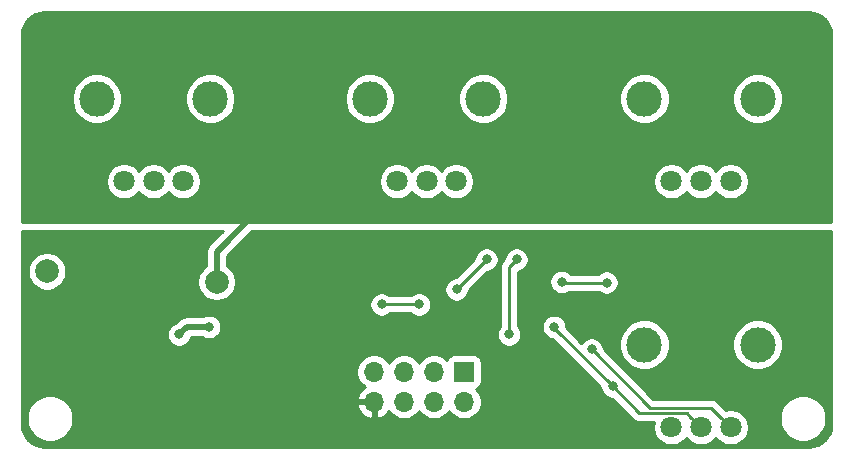
<source format=gbr>
G04 #@! TF.GenerationSoftware,KiCad,Pcbnew,5.1.5-52549c5~86~ubuntu18.04.1*
G04 #@! TF.CreationDate,2020-05-17T18:15:10-04:00*
G04 #@! TF.ProjectId,RX EQ Shield,52582045-5120-4536-9869-656c642e6b69,rev?*
G04 #@! TF.SameCoordinates,Original*
G04 #@! TF.FileFunction,Copper,L2,Bot*
G04 #@! TF.FilePolarity,Positive*
%FSLAX46Y46*%
G04 Gerber Fmt 4.6, Leading zero omitted, Abs format (unit mm)*
G04 Created by KiCad (PCBNEW 5.1.5-52549c5~86~ubuntu18.04.1) date 2020-05-17 18:15:10*
%MOMM*%
%LPD*%
G04 APERTURE LIST*
%ADD10C,2.000000*%
%ADD11C,1.800000*%
%ADD12C,3.000000*%
%ADD13R,1.700000X1.700000*%
%ADD14O,1.700000X1.700000*%
%ADD15C,0.800000*%
%ADD16C,0.508000*%
%ADD17C,0.254000*%
%ADD18C,0.250000*%
G04 APERTURE END LIST*
D10*
X118745000Y-142875000D03*
X104394000Y-141986000D03*
D11*
X157266000Y-155194000D03*
X159766000Y-155194000D03*
X162266000Y-155194000D03*
D12*
X154966000Y-148194000D03*
X164566000Y-148194000D03*
D11*
X157266000Y-134366000D03*
X159766000Y-134366000D03*
X162266000Y-134366000D03*
D12*
X154966000Y-127366000D03*
X164566000Y-127366000D03*
D11*
X134025000Y-134366000D03*
X136525000Y-134366000D03*
X139025000Y-134366000D03*
D12*
X131725000Y-127366000D03*
X141325000Y-127366000D03*
D11*
X110911000Y-134366000D03*
X113411000Y-134366000D03*
X115911000Y-134366000D03*
D12*
X108611000Y-127366000D03*
X118211000Y-127366000D03*
D13*
X139700000Y-150495000D03*
D14*
X139700000Y-153035000D03*
X137160000Y-150495000D03*
X137160000Y-153035000D03*
X134620000Y-150495000D03*
X134620000Y-153035000D03*
X132080000Y-150495000D03*
X132080000Y-153035000D03*
D15*
X124460000Y-131572000D03*
X125730000Y-131572000D03*
X127508000Y-136906000D03*
X122936000Y-136144000D03*
X123952000Y-136144000D03*
X125222000Y-136144000D03*
X126492000Y-136144000D03*
X104593930Y-122132079D03*
X169799000Y-122078009D03*
X170180000Y-132080000D03*
X149225000Y-122555000D03*
X147320000Y-122555000D03*
X147320000Y-131445000D03*
X149225000Y-131445000D03*
X144780000Y-136525000D03*
X143510000Y-147320000D03*
X144145000Y-140970000D03*
X124460000Y-122428000D03*
X125730000Y-122428000D03*
X104648000Y-132588000D03*
X118110000Y-146685000D03*
X115570000Y-147320000D03*
X161290000Y-148590000D03*
X168910000Y-140970000D03*
X168910000Y-143510000D03*
X168910000Y-146050000D03*
X168910000Y-148590000D03*
X168910000Y-151130000D03*
X104140000Y-151130000D03*
X104140000Y-148590000D03*
X104140000Y-146050000D03*
X132080000Y-156210000D03*
X134620000Y-156210000D03*
X137160000Y-156210000D03*
X139700000Y-156210000D03*
X142240000Y-156210000D03*
X107950000Y-140970000D03*
X147320000Y-150495000D03*
X148849213Y-144475833D03*
X149860000Y-139700000D03*
X152400000Y-139700000D03*
X122555000Y-145415000D03*
X121285000Y-145415000D03*
X126365000Y-141605000D03*
X128905000Y-149088000D03*
X131445000Y-142240000D03*
X111760000Y-144780000D03*
X111760000Y-149860000D03*
X114300000Y-149860000D03*
X110490000Y-139700000D03*
X125730000Y-143510000D03*
X128270000Y-143510000D03*
X139700000Y-147320000D03*
X142240000Y-147320000D03*
X142240000Y-149860000D03*
X142240000Y-152400000D03*
X144780000Y-152400000D03*
X148590000Y-149860000D03*
X165100000Y-143510000D03*
X165100000Y-153670000D03*
X165100000Y-151130000D03*
X161290000Y-146050000D03*
X161290000Y-151130000D03*
X106680000Y-146050000D03*
X106680000Y-151130000D03*
X106680000Y-148590000D03*
X133350000Y-139700000D03*
X129540000Y-139700000D03*
X147320000Y-139700000D03*
X152273000Y-151731000D03*
X147320000Y-146685000D03*
X150495000Y-148590000D03*
X132715000Y-144780000D03*
X135890000Y-144780000D03*
X139065000Y-143510000D03*
X141605000Y-140970000D03*
X151766109Y-142934899D03*
X147955000Y-142875000D03*
D16*
X118745000Y-140335000D02*
X122936000Y-136144000D01*
X118745000Y-142875000D02*
X118745000Y-140335000D01*
D17*
X143510000Y-147320000D02*
X143510000Y-141605000D01*
X143510000Y-141605000D02*
X144145000Y-140970000D01*
D16*
X118110000Y-146685000D02*
X116205000Y-146685000D01*
X116205000Y-146685000D02*
X115570000Y-147320000D01*
D17*
X152273000Y-151731000D02*
X147320000Y-146778000D01*
X147320000Y-146778000D02*
X147320000Y-146685000D01*
X158539000Y-153967000D02*
X158866001Y-154294001D01*
X158866001Y-154294001D02*
X159766000Y-155194000D01*
X152273000Y-151731000D02*
X154509000Y-153967000D01*
X154509000Y-153967000D02*
X158539000Y-153967000D01*
D18*
X161366001Y-154294001D02*
X162266000Y-155194000D01*
X155419989Y-153514989D02*
X160586989Y-153514989D01*
X150495000Y-148590000D02*
X155419989Y-153514989D01*
X160586989Y-153514989D02*
X161366001Y-154294001D01*
X132715000Y-144780000D02*
X135890000Y-144780000D01*
X139065000Y-143510000D02*
X141605000Y-140970000D01*
X148014899Y-142934899D02*
X147955000Y-142875000D01*
X151766109Y-142934899D02*
X148014899Y-142934899D01*
D17*
G36*
X169274545Y-120078909D02*
G01*
X169625208Y-120184780D01*
X169948625Y-120356744D01*
X170232484Y-120588254D01*
X170465965Y-120870486D01*
X170640183Y-121192695D01*
X170748502Y-121542614D01*
X170790000Y-121937443D01*
X170790000Y-137795000D01*
X102260000Y-137795000D01*
X102260000Y-134214816D01*
X109376000Y-134214816D01*
X109376000Y-134517184D01*
X109434989Y-134813743D01*
X109550701Y-135093095D01*
X109718688Y-135344505D01*
X109932495Y-135558312D01*
X110183905Y-135726299D01*
X110463257Y-135842011D01*
X110759816Y-135901000D01*
X111062184Y-135901000D01*
X111358743Y-135842011D01*
X111638095Y-135726299D01*
X111889505Y-135558312D01*
X112103312Y-135344505D01*
X112161000Y-135258169D01*
X112218688Y-135344505D01*
X112432495Y-135558312D01*
X112683905Y-135726299D01*
X112963257Y-135842011D01*
X113259816Y-135901000D01*
X113562184Y-135901000D01*
X113858743Y-135842011D01*
X114138095Y-135726299D01*
X114389505Y-135558312D01*
X114603312Y-135344505D01*
X114661000Y-135258169D01*
X114718688Y-135344505D01*
X114932495Y-135558312D01*
X115183905Y-135726299D01*
X115463257Y-135842011D01*
X115759816Y-135901000D01*
X116062184Y-135901000D01*
X116358743Y-135842011D01*
X116638095Y-135726299D01*
X116889505Y-135558312D01*
X117103312Y-135344505D01*
X117271299Y-135093095D01*
X117387011Y-134813743D01*
X117446000Y-134517184D01*
X117446000Y-134214816D01*
X132490000Y-134214816D01*
X132490000Y-134517184D01*
X132548989Y-134813743D01*
X132664701Y-135093095D01*
X132832688Y-135344505D01*
X133046495Y-135558312D01*
X133297905Y-135726299D01*
X133577257Y-135842011D01*
X133873816Y-135901000D01*
X134176184Y-135901000D01*
X134472743Y-135842011D01*
X134752095Y-135726299D01*
X135003505Y-135558312D01*
X135217312Y-135344505D01*
X135275000Y-135258169D01*
X135332688Y-135344505D01*
X135546495Y-135558312D01*
X135797905Y-135726299D01*
X136077257Y-135842011D01*
X136373816Y-135901000D01*
X136676184Y-135901000D01*
X136972743Y-135842011D01*
X137252095Y-135726299D01*
X137503505Y-135558312D01*
X137717312Y-135344505D01*
X137775000Y-135258169D01*
X137832688Y-135344505D01*
X138046495Y-135558312D01*
X138297905Y-135726299D01*
X138577257Y-135842011D01*
X138873816Y-135901000D01*
X139176184Y-135901000D01*
X139472743Y-135842011D01*
X139752095Y-135726299D01*
X140003505Y-135558312D01*
X140217312Y-135344505D01*
X140385299Y-135093095D01*
X140501011Y-134813743D01*
X140560000Y-134517184D01*
X140560000Y-134214816D01*
X155731000Y-134214816D01*
X155731000Y-134517184D01*
X155789989Y-134813743D01*
X155905701Y-135093095D01*
X156073688Y-135344505D01*
X156287495Y-135558312D01*
X156538905Y-135726299D01*
X156818257Y-135842011D01*
X157114816Y-135901000D01*
X157417184Y-135901000D01*
X157713743Y-135842011D01*
X157993095Y-135726299D01*
X158244505Y-135558312D01*
X158458312Y-135344505D01*
X158516000Y-135258169D01*
X158573688Y-135344505D01*
X158787495Y-135558312D01*
X159038905Y-135726299D01*
X159318257Y-135842011D01*
X159614816Y-135901000D01*
X159917184Y-135901000D01*
X160213743Y-135842011D01*
X160493095Y-135726299D01*
X160744505Y-135558312D01*
X160958312Y-135344505D01*
X161016000Y-135258169D01*
X161073688Y-135344505D01*
X161287495Y-135558312D01*
X161538905Y-135726299D01*
X161818257Y-135842011D01*
X162114816Y-135901000D01*
X162417184Y-135901000D01*
X162713743Y-135842011D01*
X162993095Y-135726299D01*
X163244505Y-135558312D01*
X163458312Y-135344505D01*
X163626299Y-135093095D01*
X163742011Y-134813743D01*
X163801000Y-134517184D01*
X163801000Y-134214816D01*
X163742011Y-133918257D01*
X163626299Y-133638905D01*
X163458312Y-133387495D01*
X163244505Y-133173688D01*
X162993095Y-133005701D01*
X162713743Y-132889989D01*
X162417184Y-132831000D01*
X162114816Y-132831000D01*
X161818257Y-132889989D01*
X161538905Y-133005701D01*
X161287495Y-133173688D01*
X161073688Y-133387495D01*
X161016000Y-133473831D01*
X160958312Y-133387495D01*
X160744505Y-133173688D01*
X160493095Y-133005701D01*
X160213743Y-132889989D01*
X159917184Y-132831000D01*
X159614816Y-132831000D01*
X159318257Y-132889989D01*
X159038905Y-133005701D01*
X158787495Y-133173688D01*
X158573688Y-133387495D01*
X158516000Y-133473831D01*
X158458312Y-133387495D01*
X158244505Y-133173688D01*
X157993095Y-133005701D01*
X157713743Y-132889989D01*
X157417184Y-132831000D01*
X157114816Y-132831000D01*
X156818257Y-132889989D01*
X156538905Y-133005701D01*
X156287495Y-133173688D01*
X156073688Y-133387495D01*
X155905701Y-133638905D01*
X155789989Y-133918257D01*
X155731000Y-134214816D01*
X140560000Y-134214816D01*
X140501011Y-133918257D01*
X140385299Y-133638905D01*
X140217312Y-133387495D01*
X140003505Y-133173688D01*
X139752095Y-133005701D01*
X139472743Y-132889989D01*
X139176184Y-132831000D01*
X138873816Y-132831000D01*
X138577257Y-132889989D01*
X138297905Y-133005701D01*
X138046495Y-133173688D01*
X137832688Y-133387495D01*
X137775000Y-133473831D01*
X137717312Y-133387495D01*
X137503505Y-133173688D01*
X137252095Y-133005701D01*
X136972743Y-132889989D01*
X136676184Y-132831000D01*
X136373816Y-132831000D01*
X136077257Y-132889989D01*
X135797905Y-133005701D01*
X135546495Y-133173688D01*
X135332688Y-133387495D01*
X135275000Y-133473831D01*
X135217312Y-133387495D01*
X135003505Y-133173688D01*
X134752095Y-133005701D01*
X134472743Y-132889989D01*
X134176184Y-132831000D01*
X133873816Y-132831000D01*
X133577257Y-132889989D01*
X133297905Y-133005701D01*
X133046495Y-133173688D01*
X132832688Y-133387495D01*
X132664701Y-133638905D01*
X132548989Y-133918257D01*
X132490000Y-134214816D01*
X117446000Y-134214816D01*
X117387011Y-133918257D01*
X117271299Y-133638905D01*
X117103312Y-133387495D01*
X116889505Y-133173688D01*
X116638095Y-133005701D01*
X116358743Y-132889989D01*
X116062184Y-132831000D01*
X115759816Y-132831000D01*
X115463257Y-132889989D01*
X115183905Y-133005701D01*
X114932495Y-133173688D01*
X114718688Y-133387495D01*
X114661000Y-133473831D01*
X114603312Y-133387495D01*
X114389505Y-133173688D01*
X114138095Y-133005701D01*
X113858743Y-132889989D01*
X113562184Y-132831000D01*
X113259816Y-132831000D01*
X112963257Y-132889989D01*
X112683905Y-133005701D01*
X112432495Y-133173688D01*
X112218688Y-133387495D01*
X112161000Y-133473831D01*
X112103312Y-133387495D01*
X111889505Y-133173688D01*
X111638095Y-133005701D01*
X111358743Y-132889989D01*
X111062184Y-132831000D01*
X110759816Y-132831000D01*
X110463257Y-132889989D01*
X110183905Y-133005701D01*
X109932495Y-133173688D01*
X109718688Y-133387495D01*
X109550701Y-133638905D01*
X109434989Y-133918257D01*
X109376000Y-134214816D01*
X102260000Y-134214816D01*
X102260000Y-127155721D01*
X106476000Y-127155721D01*
X106476000Y-127576279D01*
X106558047Y-127988756D01*
X106718988Y-128377302D01*
X106952637Y-128726983D01*
X107250017Y-129024363D01*
X107599698Y-129258012D01*
X107988244Y-129418953D01*
X108400721Y-129501000D01*
X108821279Y-129501000D01*
X109233756Y-129418953D01*
X109622302Y-129258012D01*
X109971983Y-129024363D01*
X110269363Y-128726983D01*
X110503012Y-128377302D01*
X110663953Y-127988756D01*
X110746000Y-127576279D01*
X110746000Y-127155721D01*
X116076000Y-127155721D01*
X116076000Y-127576279D01*
X116158047Y-127988756D01*
X116318988Y-128377302D01*
X116552637Y-128726983D01*
X116850017Y-129024363D01*
X117199698Y-129258012D01*
X117588244Y-129418953D01*
X118000721Y-129501000D01*
X118421279Y-129501000D01*
X118833756Y-129418953D01*
X119222302Y-129258012D01*
X119571983Y-129024363D01*
X119869363Y-128726983D01*
X120103012Y-128377302D01*
X120263953Y-127988756D01*
X120346000Y-127576279D01*
X120346000Y-127155721D01*
X129590000Y-127155721D01*
X129590000Y-127576279D01*
X129672047Y-127988756D01*
X129832988Y-128377302D01*
X130066637Y-128726983D01*
X130364017Y-129024363D01*
X130713698Y-129258012D01*
X131102244Y-129418953D01*
X131514721Y-129501000D01*
X131935279Y-129501000D01*
X132347756Y-129418953D01*
X132736302Y-129258012D01*
X133085983Y-129024363D01*
X133383363Y-128726983D01*
X133617012Y-128377302D01*
X133777953Y-127988756D01*
X133860000Y-127576279D01*
X133860000Y-127155721D01*
X139190000Y-127155721D01*
X139190000Y-127576279D01*
X139272047Y-127988756D01*
X139432988Y-128377302D01*
X139666637Y-128726983D01*
X139964017Y-129024363D01*
X140313698Y-129258012D01*
X140702244Y-129418953D01*
X141114721Y-129501000D01*
X141535279Y-129501000D01*
X141947756Y-129418953D01*
X142336302Y-129258012D01*
X142685983Y-129024363D01*
X142983363Y-128726983D01*
X143217012Y-128377302D01*
X143377953Y-127988756D01*
X143460000Y-127576279D01*
X143460000Y-127155721D01*
X152831000Y-127155721D01*
X152831000Y-127576279D01*
X152913047Y-127988756D01*
X153073988Y-128377302D01*
X153307637Y-128726983D01*
X153605017Y-129024363D01*
X153954698Y-129258012D01*
X154343244Y-129418953D01*
X154755721Y-129501000D01*
X155176279Y-129501000D01*
X155588756Y-129418953D01*
X155977302Y-129258012D01*
X156326983Y-129024363D01*
X156624363Y-128726983D01*
X156858012Y-128377302D01*
X157018953Y-127988756D01*
X157101000Y-127576279D01*
X157101000Y-127155721D01*
X162431000Y-127155721D01*
X162431000Y-127576279D01*
X162513047Y-127988756D01*
X162673988Y-128377302D01*
X162907637Y-128726983D01*
X163205017Y-129024363D01*
X163554698Y-129258012D01*
X163943244Y-129418953D01*
X164355721Y-129501000D01*
X164776279Y-129501000D01*
X165188756Y-129418953D01*
X165577302Y-129258012D01*
X165926983Y-129024363D01*
X166224363Y-128726983D01*
X166458012Y-128377302D01*
X166618953Y-127988756D01*
X166701000Y-127576279D01*
X166701000Y-127155721D01*
X166618953Y-126743244D01*
X166458012Y-126354698D01*
X166224363Y-126005017D01*
X165926983Y-125707637D01*
X165577302Y-125473988D01*
X165188756Y-125313047D01*
X164776279Y-125231000D01*
X164355721Y-125231000D01*
X163943244Y-125313047D01*
X163554698Y-125473988D01*
X163205017Y-125707637D01*
X162907637Y-126005017D01*
X162673988Y-126354698D01*
X162513047Y-126743244D01*
X162431000Y-127155721D01*
X157101000Y-127155721D01*
X157018953Y-126743244D01*
X156858012Y-126354698D01*
X156624363Y-126005017D01*
X156326983Y-125707637D01*
X155977302Y-125473988D01*
X155588756Y-125313047D01*
X155176279Y-125231000D01*
X154755721Y-125231000D01*
X154343244Y-125313047D01*
X153954698Y-125473988D01*
X153605017Y-125707637D01*
X153307637Y-126005017D01*
X153073988Y-126354698D01*
X152913047Y-126743244D01*
X152831000Y-127155721D01*
X143460000Y-127155721D01*
X143377953Y-126743244D01*
X143217012Y-126354698D01*
X142983363Y-126005017D01*
X142685983Y-125707637D01*
X142336302Y-125473988D01*
X141947756Y-125313047D01*
X141535279Y-125231000D01*
X141114721Y-125231000D01*
X140702244Y-125313047D01*
X140313698Y-125473988D01*
X139964017Y-125707637D01*
X139666637Y-126005017D01*
X139432988Y-126354698D01*
X139272047Y-126743244D01*
X139190000Y-127155721D01*
X133860000Y-127155721D01*
X133777953Y-126743244D01*
X133617012Y-126354698D01*
X133383363Y-126005017D01*
X133085983Y-125707637D01*
X132736302Y-125473988D01*
X132347756Y-125313047D01*
X131935279Y-125231000D01*
X131514721Y-125231000D01*
X131102244Y-125313047D01*
X130713698Y-125473988D01*
X130364017Y-125707637D01*
X130066637Y-126005017D01*
X129832988Y-126354698D01*
X129672047Y-126743244D01*
X129590000Y-127155721D01*
X120346000Y-127155721D01*
X120263953Y-126743244D01*
X120103012Y-126354698D01*
X119869363Y-126005017D01*
X119571983Y-125707637D01*
X119222302Y-125473988D01*
X118833756Y-125313047D01*
X118421279Y-125231000D01*
X118000721Y-125231000D01*
X117588244Y-125313047D01*
X117199698Y-125473988D01*
X116850017Y-125707637D01*
X116552637Y-126005017D01*
X116318988Y-126354698D01*
X116158047Y-126743244D01*
X116076000Y-127155721D01*
X110746000Y-127155721D01*
X110663953Y-126743244D01*
X110503012Y-126354698D01*
X110269363Y-126005017D01*
X109971983Y-125707637D01*
X109622302Y-125473988D01*
X109233756Y-125313047D01*
X108821279Y-125231000D01*
X108400721Y-125231000D01*
X107988244Y-125313047D01*
X107599698Y-125473988D01*
X107250017Y-125707637D01*
X106952637Y-126005017D01*
X106718988Y-126354698D01*
X106558047Y-126743244D01*
X106476000Y-127155721D01*
X102260000Y-127155721D01*
X102260000Y-121952279D01*
X102298909Y-121555455D01*
X102404780Y-121204792D01*
X102576744Y-120881375D01*
X102808254Y-120597516D01*
X103090486Y-120364035D01*
X103412695Y-120189817D01*
X103762614Y-120081498D01*
X104157443Y-120040000D01*
X168877721Y-120040000D01*
X169274545Y-120078909D01*
G37*
X169274545Y-120078909D02*
X169625208Y-120184780D01*
X169948625Y-120356744D01*
X170232484Y-120588254D01*
X170465965Y-120870486D01*
X170640183Y-121192695D01*
X170748502Y-121542614D01*
X170790000Y-121937443D01*
X170790000Y-137795000D01*
X102260000Y-137795000D01*
X102260000Y-134214816D01*
X109376000Y-134214816D01*
X109376000Y-134517184D01*
X109434989Y-134813743D01*
X109550701Y-135093095D01*
X109718688Y-135344505D01*
X109932495Y-135558312D01*
X110183905Y-135726299D01*
X110463257Y-135842011D01*
X110759816Y-135901000D01*
X111062184Y-135901000D01*
X111358743Y-135842011D01*
X111638095Y-135726299D01*
X111889505Y-135558312D01*
X112103312Y-135344505D01*
X112161000Y-135258169D01*
X112218688Y-135344505D01*
X112432495Y-135558312D01*
X112683905Y-135726299D01*
X112963257Y-135842011D01*
X113259816Y-135901000D01*
X113562184Y-135901000D01*
X113858743Y-135842011D01*
X114138095Y-135726299D01*
X114389505Y-135558312D01*
X114603312Y-135344505D01*
X114661000Y-135258169D01*
X114718688Y-135344505D01*
X114932495Y-135558312D01*
X115183905Y-135726299D01*
X115463257Y-135842011D01*
X115759816Y-135901000D01*
X116062184Y-135901000D01*
X116358743Y-135842011D01*
X116638095Y-135726299D01*
X116889505Y-135558312D01*
X117103312Y-135344505D01*
X117271299Y-135093095D01*
X117387011Y-134813743D01*
X117446000Y-134517184D01*
X117446000Y-134214816D01*
X132490000Y-134214816D01*
X132490000Y-134517184D01*
X132548989Y-134813743D01*
X132664701Y-135093095D01*
X132832688Y-135344505D01*
X133046495Y-135558312D01*
X133297905Y-135726299D01*
X133577257Y-135842011D01*
X133873816Y-135901000D01*
X134176184Y-135901000D01*
X134472743Y-135842011D01*
X134752095Y-135726299D01*
X135003505Y-135558312D01*
X135217312Y-135344505D01*
X135275000Y-135258169D01*
X135332688Y-135344505D01*
X135546495Y-135558312D01*
X135797905Y-135726299D01*
X136077257Y-135842011D01*
X136373816Y-135901000D01*
X136676184Y-135901000D01*
X136972743Y-135842011D01*
X137252095Y-135726299D01*
X137503505Y-135558312D01*
X137717312Y-135344505D01*
X137775000Y-135258169D01*
X137832688Y-135344505D01*
X138046495Y-135558312D01*
X138297905Y-135726299D01*
X138577257Y-135842011D01*
X138873816Y-135901000D01*
X139176184Y-135901000D01*
X139472743Y-135842011D01*
X139752095Y-135726299D01*
X140003505Y-135558312D01*
X140217312Y-135344505D01*
X140385299Y-135093095D01*
X140501011Y-134813743D01*
X140560000Y-134517184D01*
X140560000Y-134214816D01*
X155731000Y-134214816D01*
X155731000Y-134517184D01*
X155789989Y-134813743D01*
X155905701Y-135093095D01*
X156073688Y-135344505D01*
X156287495Y-135558312D01*
X156538905Y-135726299D01*
X156818257Y-135842011D01*
X157114816Y-135901000D01*
X157417184Y-135901000D01*
X157713743Y-135842011D01*
X157993095Y-135726299D01*
X158244505Y-135558312D01*
X158458312Y-135344505D01*
X158516000Y-135258169D01*
X158573688Y-135344505D01*
X158787495Y-135558312D01*
X159038905Y-135726299D01*
X159318257Y-135842011D01*
X159614816Y-135901000D01*
X159917184Y-135901000D01*
X160213743Y-135842011D01*
X160493095Y-135726299D01*
X160744505Y-135558312D01*
X160958312Y-135344505D01*
X161016000Y-135258169D01*
X161073688Y-135344505D01*
X161287495Y-135558312D01*
X161538905Y-135726299D01*
X161818257Y-135842011D01*
X162114816Y-135901000D01*
X162417184Y-135901000D01*
X162713743Y-135842011D01*
X162993095Y-135726299D01*
X163244505Y-135558312D01*
X163458312Y-135344505D01*
X163626299Y-135093095D01*
X163742011Y-134813743D01*
X163801000Y-134517184D01*
X163801000Y-134214816D01*
X163742011Y-133918257D01*
X163626299Y-133638905D01*
X163458312Y-133387495D01*
X163244505Y-133173688D01*
X162993095Y-133005701D01*
X162713743Y-132889989D01*
X162417184Y-132831000D01*
X162114816Y-132831000D01*
X161818257Y-132889989D01*
X161538905Y-133005701D01*
X161287495Y-133173688D01*
X161073688Y-133387495D01*
X161016000Y-133473831D01*
X160958312Y-133387495D01*
X160744505Y-133173688D01*
X160493095Y-133005701D01*
X160213743Y-132889989D01*
X159917184Y-132831000D01*
X159614816Y-132831000D01*
X159318257Y-132889989D01*
X159038905Y-133005701D01*
X158787495Y-133173688D01*
X158573688Y-133387495D01*
X158516000Y-133473831D01*
X158458312Y-133387495D01*
X158244505Y-133173688D01*
X157993095Y-133005701D01*
X157713743Y-132889989D01*
X157417184Y-132831000D01*
X157114816Y-132831000D01*
X156818257Y-132889989D01*
X156538905Y-133005701D01*
X156287495Y-133173688D01*
X156073688Y-133387495D01*
X155905701Y-133638905D01*
X155789989Y-133918257D01*
X155731000Y-134214816D01*
X140560000Y-134214816D01*
X140501011Y-133918257D01*
X140385299Y-133638905D01*
X140217312Y-133387495D01*
X140003505Y-133173688D01*
X139752095Y-133005701D01*
X139472743Y-132889989D01*
X139176184Y-132831000D01*
X138873816Y-132831000D01*
X138577257Y-132889989D01*
X138297905Y-133005701D01*
X138046495Y-133173688D01*
X137832688Y-133387495D01*
X137775000Y-133473831D01*
X137717312Y-133387495D01*
X137503505Y-133173688D01*
X137252095Y-133005701D01*
X136972743Y-132889989D01*
X136676184Y-132831000D01*
X136373816Y-132831000D01*
X136077257Y-132889989D01*
X135797905Y-133005701D01*
X135546495Y-133173688D01*
X135332688Y-133387495D01*
X135275000Y-133473831D01*
X135217312Y-133387495D01*
X135003505Y-133173688D01*
X134752095Y-133005701D01*
X134472743Y-132889989D01*
X134176184Y-132831000D01*
X133873816Y-132831000D01*
X133577257Y-132889989D01*
X133297905Y-133005701D01*
X133046495Y-133173688D01*
X132832688Y-133387495D01*
X132664701Y-133638905D01*
X132548989Y-133918257D01*
X132490000Y-134214816D01*
X117446000Y-134214816D01*
X117387011Y-133918257D01*
X117271299Y-133638905D01*
X117103312Y-133387495D01*
X116889505Y-133173688D01*
X116638095Y-133005701D01*
X116358743Y-132889989D01*
X116062184Y-132831000D01*
X115759816Y-132831000D01*
X115463257Y-132889989D01*
X115183905Y-133005701D01*
X114932495Y-133173688D01*
X114718688Y-133387495D01*
X114661000Y-133473831D01*
X114603312Y-133387495D01*
X114389505Y-133173688D01*
X114138095Y-133005701D01*
X113858743Y-132889989D01*
X113562184Y-132831000D01*
X113259816Y-132831000D01*
X112963257Y-132889989D01*
X112683905Y-133005701D01*
X112432495Y-133173688D01*
X112218688Y-133387495D01*
X112161000Y-133473831D01*
X112103312Y-133387495D01*
X111889505Y-133173688D01*
X111638095Y-133005701D01*
X111358743Y-132889989D01*
X111062184Y-132831000D01*
X110759816Y-132831000D01*
X110463257Y-132889989D01*
X110183905Y-133005701D01*
X109932495Y-133173688D01*
X109718688Y-133387495D01*
X109550701Y-133638905D01*
X109434989Y-133918257D01*
X109376000Y-134214816D01*
X102260000Y-134214816D01*
X102260000Y-127155721D01*
X106476000Y-127155721D01*
X106476000Y-127576279D01*
X106558047Y-127988756D01*
X106718988Y-128377302D01*
X106952637Y-128726983D01*
X107250017Y-129024363D01*
X107599698Y-129258012D01*
X107988244Y-129418953D01*
X108400721Y-129501000D01*
X108821279Y-129501000D01*
X109233756Y-129418953D01*
X109622302Y-129258012D01*
X109971983Y-129024363D01*
X110269363Y-128726983D01*
X110503012Y-128377302D01*
X110663953Y-127988756D01*
X110746000Y-127576279D01*
X110746000Y-127155721D01*
X116076000Y-127155721D01*
X116076000Y-127576279D01*
X116158047Y-127988756D01*
X116318988Y-128377302D01*
X116552637Y-128726983D01*
X116850017Y-129024363D01*
X117199698Y-129258012D01*
X117588244Y-129418953D01*
X118000721Y-129501000D01*
X118421279Y-129501000D01*
X118833756Y-129418953D01*
X119222302Y-129258012D01*
X119571983Y-129024363D01*
X119869363Y-128726983D01*
X120103012Y-128377302D01*
X120263953Y-127988756D01*
X120346000Y-127576279D01*
X120346000Y-127155721D01*
X129590000Y-127155721D01*
X129590000Y-127576279D01*
X129672047Y-127988756D01*
X129832988Y-128377302D01*
X130066637Y-128726983D01*
X130364017Y-129024363D01*
X130713698Y-129258012D01*
X131102244Y-129418953D01*
X131514721Y-129501000D01*
X131935279Y-129501000D01*
X132347756Y-129418953D01*
X132736302Y-129258012D01*
X133085983Y-129024363D01*
X133383363Y-128726983D01*
X133617012Y-128377302D01*
X133777953Y-127988756D01*
X133860000Y-127576279D01*
X133860000Y-127155721D01*
X139190000Y-127155721D01*
X139190000Y-127576279D01*
X139272047Y-127988756D01*
X139432988Y-128377302D01*
X139666637Y-128726983D01*
X139964017Y-129024363D01*
X140313698Y-129258012D01*
X140702244Y-129418953D01*
X141114721Y-129501000D01*
X141535279Y-129501000D01*
X141947756Y-129418953D01*
X142336302Y-129258012D01*
X142685983Y-129024363D01*
X142983363Y-128726983D01*
X143217012Y-128377302D01*
X143377953Y-127988756D01*
X143460000Y-127576279D01*
X143460000Y-127155721D01*
X152831000Y-127155721D01*
X152831000Y-127576279D01*
X152913047Y-127988756D01*
X153073988Y-128377302D01*
X153307637Y-128726983D01*
X153605017Y-129024363D01*
X153954698Y-129258012D01*
X154343244Y-129418953D01*
X154755721Y-129501000D01*
X155176279Y-129501000D01*
X155588756Y-129418953D01*
X155977302Y-129258012D01*
X156326983Y-129024363D01*
X156624363Y-128726983D01*
X156858012Y-128377302D01*
X157018953Y-127988756D01*
X157101000Y-127576279D01*
X157101000Y-127155721D01*
X162431000Y-127155721D01*
X162431000Y-127576279D01*
X162513047Y-127988756D01*
X162673988Y-128377302D01*
X162907637Y-128726983D01*
X163205017Y-129024363D01*
X163554698Y-129258012D01*
X163943244Y-129418953D01*
X164355721Y-129501000D01*
X164776279Y-129501000D01*
X165188756Y-129418953D01*
X165577302Y-129258012D01*
X165926983Y-129024363D01*
X166224363Y-128726983D01*
X166458012Y-128377302D01*
X166618953Y-127988756D01*
X166701000Y-127576279D01*
X166701000Y-127155721D01*
X166618953Y-126743244D01*
X166458012Y-126354698D01*
X166224363Y-126005017D01*
X165926983Y-125707637D01*
X165577302Y-125473988D01*
X165188756Y-125313047D01*
X164776279Y-125231000D01*
X164355721Y-125231000D01*
X163943244Y-125313047D01*
X163554698Y-125473988D01*
X163205017Y-125707637D01*
X162907637Y-126005017D01*
X162673988Y-126354698D01*
X162513047Y-126743244D01*
X162431000Y-127155721D01*
X157101000Y-127155721D01*
X157018953Y-126743244D01*
X156858012Y-126354698D01*
X156624363Y-126005017D01*
X156326983Y-125707637D01*
X155977302Y-125473988D01*
X155588756Y-125313047D01*
X155176279Y-125231000D01*
X154755721Y-125231000D01*
X154343244Y-125313047D01*
X153954698Y-125473988D01*
X153605017Y-125707637D01*
X153307637Y-126005017D01*
X153073988Y-126354698D01*
X152913047Y-126743244D01*
X152831000Y-127155721D01*
X143460000Y-127155721D01*
X143377953Y-126743244D01*
X143217012Y-126354698D01*
X142983363Y-126005017D01*
X142685983Y-125707637D01*
X142336302Y-125473988D01*
X141947756Y-125313047D01*
X141535279Y-125231000D01*
X141114721Y-125231000D01*
X140702244Y-125313047D01*
X140313698Y-125473988D01*
X139964017Y-125707637D01*
X139666637Y-126005017D01*
X139432988Y-126354698D01*
X139272047Y-126743244D01*
X139190000Y-127155721D01*
X133860000Y-127155721D01*
X133777953Y-126743244D01*
X133617012Y-126354698D01*
X133383363Y-126005017D01*
X133085983Y-125707637D01*
X132736302Y-125473988D01*
X132347756Y-125313047D01*
X131935279Y-125231000D01*
X131514721Y-125231000D01*
X131102244Y-125313047D01*
X130713698Y-125473988D01*
X130364017Y-125707637D01*
X130066637Y-126005017D01*
X129832988Y-126354698D01*
X129672047Y-126743244D01*
X129590000Y-127155721D01*
X120346000Y-127155721D01*
X120263953Y-126743244D01*
X120103012Y-126354698D01*
X119869363Y-126005017D01*
X119571983Y-125707637D01*
X119222302Y-125473988D01*
X118833756Y-125313047D01*
X118421279Y-125231000D01*
X118000721Y-125231000D01*
X117588244Y-125313047D01*
X117199698Y-125473988D01*
X116850017Y-125707637D01*
X116552637Y-126005017D01*
X116318988Y-126354698D01*
X116158047Y-126743244D01*
X116076000Y-127155721D01*
X110746000Y-127155721D01*
X110663953Y-126743244D01*
X110503012Y-126354698D01*
X110269363Y-126005017D01*
X109971983Y-125707637D01*
X109622302Y-125473988D01*
X109233756Y-125313047D01*
X108821279Y-125231000D01*
X108400721Y-125231000D01*
X107988244Y-125313047D01*
X107599698Y-125473988D01*
X107250017Y-125707637D01*
X106952637Y-126005017D01*
X106718988Y-126354698D01*
X106558047Y-126743244D01*
X106476000Y-127155721D01*
X102260000Y-127155721D01*
X102260000Y-121952279D01*
X102298909Y-121555455D01*
X102404780Y-121204792D01*
X102576744Y-120881375D01*
X102808254Y-120597516D01*
X103090486Y-120364035D01*
X103412695Y-120189817D01*
X103762614Y-120081498D01*
X104157443Y-120040000D01*
X168877721Y-120040000D01*
X169274545Y-120078909D01*
G36*
X118147259Y-139675506D02*
G01*
X118113342Y-139703341D01*
X118085507Y-139737258D01*
X118085505Y-139737260D01*
X118002248Y-139838709D01*
X117919698Y-139993148D01*
X117868864Y-140160726D01*
X117851700Y-140335000D01*
X117856001Y-140378670D01*
X117856001Y-141502613D01*
X117702748Y-141605013D01*
X117475013Y-141832748D01*
X117296082Y-142100537D01*
X117172832Y-142398088D01*
X117110000Y-142713967D01*
X117110000Y-143036033D01*
X117172832Y-143351912D01*
X117296082Y-143649463D01*
X117475013Y-143917252D01*
X117702748Y-144144987D01*
X117970537Y-144323918D01*
X118268088Y-144447168D01*
X118583967Y-144510000D01*
X118906033Y-144510000D01*
X119221912Y-144447168D01*
X119519463Y-144323918D01*
X119787252Y-144144987D01*
X120014987Y-143917252D01*
X120193918Y-143649463D01*
X120293910Y-143408061D01*
X138030000Y-143408061D01*
X138030000Y-143611939D01*
X138069774Y-143811898D01*
X138147795Y-144000256D01*
X138261063Y-144169774D01*
X138405226Y-144313937D01*
X138574744Y-144427205D01*
X138763102Y-144505226D01*
X138963061Y-144545000D01*
X139166939Y-144545000D01*
X139366898Y-144505226D01*
X139555256Y-144427205D01*
X139724774Y-144313937D01*
X139868937Y-144169774D01*
X139982205Y-144000256D01*
X140060226Y-143811898D01*
X140100000Y-143611939D01*
X140100000Y-143549801D01*
X141644803Y-142005000D01*
X141706939Y-142005000D01*
X141906898Y-141965226D01*
X142095256Y-141887205D01*
X142264774Y-141773937D01*
X142408937Y-141629774D01*
X142522205Y-141460256D01*
X142600226Y-141271898D01*
X142640000Y-141071939D01*
X142640000Y-140868061D01*
X142600226Y-140668102D01*
X142522205Y-140479744D01*
X142408937Y-140310226D01*
X142264774Y-140166063D01*
X142095256Y-140052795D01*
X141906898Y-139974774D01*
X141706939Y-139935000D01*
X141503061Y-139935000D01*
X141303102Y-139974774D01*
X141114744Y-140052795D01*
X140945226Y-140166063D01*
X140801063Y-140310226D01*
X140687795Y-140479744D01*
X140609774Y-140668102D01*
X140570000Y-140868061D01*
X140570000Y-140930197D01*
X139025199Y-142475000D01*
X138963061Y-142475000D01*
X138763102Y-142514774D01*
X138574744Y-142592795D01*
X138405226Y-142706063D01*
X138261063Y-142850226D01*
X138147795Y-143019744D01*
X138069774Y-143208102D01*
X138030000Y-143408061D01*
X120293910Y-143408061D01*
X120317168Y-143351912D01*
X120380000Y-143036033D01*
X120380000Y-142713967D01*
X120317168Y-142398088D01*
X120193918Y-142100537D01*
X120014987Y-141832748D01*
X119787252Y-141605013D01*
X119634000Y-141502613D01*
X119634000Y-140703235D01*
X121780236Y-138557000D01*
X170790001Y-138557000D01*
X170790001Y-154907711D01*
X170751091Y-155304545D01*
X170645220Y-155655206D01*
X170473257Y-155978623D01*
X170241748Y-156262482D01*
X169959514Y-156495965D01*
X169637304Y-156670184D01*
X169287385Y-156778502D01*
X168892557Y-156820000D01*
X104172279Y-156820000D01*
X103775455Y-156781091D01*
X103424794Y-156675220D01*
X103101377Y-156503257D01*
X102817518Y-156271748D01*
X102584035Y-155989514D01*
X102409816Y-155667304D01*
X102301498Y-155317385D01*
X102260000Y-154922557D01*
X102260000Y-154236495D01*
X102663000Y-154236495D01*
X102663000Y-154627505D01*
X102739282Y-155011003D01*
X102888915Y-155372250D01*
X103106149Y-155697364D01*
X103382636Y-155973851D01*
X103707750Y-156191085D01*
X104068997Y-156340718D01*
X104452495Y-156417000D01*
X104843505Y-156417000D01*
X105227003Y-156340718D01*
X105588250Y-156191085D01*
X105913364Y-155973851D01*
X106189851Y-155697364D01*
X106407085Y-155372250D01*
X106556718Y-155011003D01*
X106633000Y-154627505D01*
X106633000Y-154236495D01*
X106556718Y-153852997D01*
X106407085Y-153491750D01*
X106340362Y-153391891D01*
X130638519Y-153391891D01*
X130735843Y-153666252D01*
X130884822Y-153916355D01*
X131079731Y-154132588D01*
X131313080Y-154306641D01*
X131575901Y-154431825D01*
X131723110Y-154476476D01*
X131953000Y-154355155D01*
X131953000Y-153162000D01*
X130759186Y-153162000D01*
X130638519Y-153391891D01*
X106340362Y-153391891D01*
X106189851Y-153166636D01*
X105913364Y-152890149D01*
X105588250Y-152672915D01*
X105227003Y-152523282D01*
X104843505Y-152447000D01*
X104452495Y-152447000D01*
X104068997Y-152523282D01*
X103707750Y-152672915D01*
X103382636Y-152890149D01*
X103106149Y-153166636D01*
X102888915Y-153491750D01*
X102739282Y-153852997D01*
X102663000Y-154236495D01*
X102260000Y-154236495D01*
X102260000Y-150348740D01*
X130595000Y-150348740D01*
X130595000Y-150641260D01*
X130652068Y-150928158D01*
X130764010Y-151198411D01*
X130926525Y-151441632D01*
X131133368Y-151648475D01*
X131309406Y-151766100D01*
X131079731Y-151937412D01*
X130884822Y-152153645D01*
X130735843Y-152403748D01*
X130638519Y-152678109D01*
X130759186Y-152908000D01*
X131953000Y-152908000D01*
X131953000Y-152888000D01*
X132207000Y-152888000D01*
X132207000Y-152908000D01*
X132227000Y-152908000D01*
X132227000Y-153162000D01*
X132207000Y-153162000D01*
X132207000Y-154355155D01*
X132436890Y-154476476D01*
X132584099Y-154431825D01*
X132846920Y-154306641D01*
X133080269Y-154132588D01*
X133275178Y-153916355D01*
X133344805Y-153799466D01*
X133466525Y-153981632D01*
X133673368Y-154188475D01*
X133916589Y-154350990D01*
X134186842Y-154462932D01*
X134473740Y-154520000D01*
X134766260Y-154520000D01*
X135053158Y-154462932D01*
X135323411Y-154350990D01*
X135566632Y-154188475D01*
X135773475Y-153981632D01*
X135890000Y-153807240D01*
X136006525Y-153981632D01*
X136213368Y-154188475D01*
X136456589Y-154350990D01*
X136726842Y-154462932D01*
X137013740Y-154520000D01*
X137306260Y-154520000D01*
X137593158Y-154462932D01*
X137863411Y-154350990D01*
X138106632Y-154188475D01*
X138313475Y-153981632D01*
X138430000Y-153807240D01*
X138546525Y-153981632D01*
X138753368Y-154188475D01*
X138996589Y-154350990D01*
X139266842Y-154462932D01*
X139553740Y-154520000D01*
X139846260Y-154520000D01*
X140133158Y-154462932D01*
X140403411Y-154350990D01*
X140646632Y-154188475D01*
X140853475Y-153981632D01*
X141015990Y-153738411D01*
X141127932Y-153468158D01*
X141185000Y-153181260D01*
X141185000Y-152888740D01*
X141127932Y-152601842D01*
X141015990Y-152331589D01*
X140853475Y-152088368D01*
X140721620Y-151956513D01*
X140794180Y-151934502D01*
X140904494Y-151875537D01*
X141001185Y-151796185D01*
X141080537Y-151699494D01*
X141139502Y-151589180D01*
X141175812Y-151469482D01*
X141188072Y-151345000D01*
X141188072Y-149645000D01*
X141175812Y-149520518D01*
X141139502Y-149400820D01*
X141080537Y-149290506D01*
X141001185Y-149193815D01*
X140904494Y-149114463D01*
X140794180Y-149055498D01*
X140674482Y-149019188D01*
X140550000Y-149006928D01*
X138850000Y-149006928D01*
X138725518Y-149019188D01*
X138605820Y-149055498D01*
X138495506Y-149114463D01*
X138398815Y-149193815D01*
X138319463Y-149290506D01*
X138260498Y-149400820D01*
X138238487Y-149473380D01*
X138106632Y-149341525D01*
X137863411Y-149179010D01*
X137593158Y-149067068D01*
X137306260Y-149010000D01*
X137013740Y-149010000D01*
X136726842Y-149067068D01*
X136456589Y-149179010D01*
X136213368Y-149341525D01*
X136006525Y-149548368D01*
X135890000Y-149722760D01*
X135773475Y-149548368D01*
X135566632Y-149341525D01*
X135323411Y-149179010D01*
X135053158Y-149067068D01*
X134766260Y-149010000D01*
X134473740Y-149010000D01*
X134186842Y-149067068D01*
X133916589Y-149179010D01*
X133673368Y-149341525D01*
X133466525Y-149548368D01*
X133350000Y-149722760D01*
X133233475Y-149548368D01*
X133026632Y-149341525D01*
X132783411Y-149179010D01*
X132513158Y-149067068D01*
X132226260Y-149010000D01*
X131933740Y-149010000D01*
X131646842Y-149067068D01*
X131376589Y-149179010D01*
X131133368Y-149341525D01*
X130926525Y-149548368D01*
X130764010Y-149791589D01*
X130652068Y-150061842D01*
X130595000Y-150348740D01*
X102260000Y-150348740D01*
X102260000Y-147218061D01*
X114535000Y-147218061D01*
X114535000Y-147421939D01*
X114574774Y-147621898D01*
X114652795Y-147810256D01*
X114766063Y-147979774D01*
X114910226Y-148123937D01*
X115079744Y-148237205D01*
X115268102Y-148315226D01*
X115468061Y-148355000D01*
X115671939Y-148355000D01*
X115871898Y-148315226D01*
X116060256Y-148237205D01*
X116229774Y-148123937D01*
X116373937Y-147979774D01*
X116487205Y-147810256D01*
X116565226Y-147621898D01*
X116574753Y-147574000D01*
X117577532Y-147574000D01*
X117619744Y-147602205D01*
X117808102Y-147680226D01*
X118008061Y-147720000D01*
X118211939Y-147720000D01*
X118411898Y-147680226D01*
X118600256Y-147602205D01*
X118769774Y-147488937D01*
X118913937Y-147344774D01*
X118998603Y-147218061D01*
X142475000Y-147218061D01*
X142475000Y-147421939D01*
X142514774Y-147621898D01*
X142592795Y-147810256D01*
X142706063Y-147979774D01*
X142850226Y-148123937D01*
X143019744Y-148237205D01*
X143208102Y-148315226D01*
X143408061Y-148355000D01*
X143611939Y-148355000D01*
X143811898Y-148315226D01*
X144000256Y-148237205D01*
X144169774Y-148123937D01*
X144313937Y-147979774D01*
X144427205Y-147810256D01*
X144505226Y-147621898D01*
X144545000Y-147421939D01*
X144545000Y-147218061D01*
X144505226Y-147018102D01*
X144427205Y-146829744D01*
X144313937Y-146660226D01*
X144272000Y-146618289D01*
X144272000Y-146583061D01*
X146285000Y-146583061D01*
X146285000Y-146786939D01*
X146324774Y-146986898D01*
X146402795Y-147175256D01*
X146516063Y-147344774D01*
X146660226Y-147488937D01*
X146829744Y-147602205D01*
X147018102Y-147680226D01*
X147176004Y-147711634D01*
X151238000Y-151773631D01*
X151238000Y-151832939D01*
X151277774Y-152032898D01*
X151355795Y-152221256D01*
X151469063Y-152390774D01*
X151613226Y-152534937D01*
X151782744Y-152648205D01*
X151971102Y-152726226D01*
X152171061Y-152766000D01*
X152230370Y-152766000D01*
X153943716Y-154479346D01*
X153967578Y-154508422D01*
X154041219Y-154568857D01*
X154083607Y-154603645D01*
X154118026Y-154622042D01*
X154215985Y-154674402D01*
X154359622Y-154717974D01*
X154471574Y-154729000D01*
X154471577Y-154729000D01*
X154509000Y-154732686D01*
X154546423Y-154729000D01*
X155797137Y-154729000D01*
X155789989Y-154746257D01*
X155731000Y-155042816D01*
X155731000Y-155345184D01*
X155789989Y-155641743D01*
X155905701Y-155921095D01*
X156073688Y-156172505D01*
X156287495Y-156386312D01*
X156538905Y-156554299D01*
X156818257Y-156670011D01*
X157114816Y-156729000D01*
X157417184Y-156729000D01*
X157713743Y-156670011D01*
X157993095Y-156554299D01*
X158244505Y-156386312D01*
X158458312Y-156172505D01*
X158516000Y-156086169D01*
X158573688Y-156172505D01*
X158787495Y-156386312D01*
X159038905Y-156554299D01*
X159318257Y-156670011D01*
X159614816Y-156729000D01*
X159917184Y-156729000D01*
X160213743Y-156670011D01*
X160493095Y-156554299D01*
X160744505Y-156386312D01*
X160958312Y-156172505D01*
X161016000Y-156086169D01*
X161073688Y-156172505D01*
X161287495Y-156386312D01*
X161538905Y-156554299D01*
X161818257Y-156670011D01*
X162114816Y-156729000D01*
X162417184Y-156729000D01*
X162713743Y-156670011D01*
X162993095Y-156554299D01*
X163244505Y-156386312D01*
X163458312Y-156172505D01*
X163626299Y-155921095D01*
X163742011Y-155641743D01*
X163801000Y-155345184D01*
X163801000Y-155042816D01*
X163742011Y-154746257D01*
X163626299Y-154466905D01*
X163472344Y-154236495D01*
X166417000Y-154236495D01*
X166417000Y-154627505D01*
X166493282Y-155011003D01*
X166642915Y-155372250D01*
X166860149Y-155697364D01*
X167136636Y-155973851D01*
X167461750Y-156191085D01*
X167822997Y-156340718D01*
X168206495Y-156417000D01*
X168597505Y-156417000D01*
X168981003Y-156340718D01*
X169342250Y-156191085D01*
X169667364Y-155973851D01*
X169943851Y-155697364D01*
X170161085Y-155372250D01*
X170310718Y-155011003D01*
X170387000Y-154627505D01*
X170387000Y-154236495D01*
X170310718Y-153852997D01*
X170161085Y-153491750D01*
X169943851Y-153166636D01*
X169667364Y-152890149D01*
X169342250Y-152672915D01*
X168981003Y-152523282D01*
X168597505Y-152447000D01*
X168206495Y-152447000D01*
X167822997Y-152523282D01*
X167461750Y-152672915D01*
X167136636Y-152890149D01*
X166860149Y-153166636D01*
X166642915Y-153491750D01*
X166493282Y-153852997D01*
X166417000Y-154236495D01*
X163472344Y-154236495D01*
X163458312Y-154215495D01*
X163244505Y-154001688D01*
X162993095Y-153833701D01*
X162713743Y-153717989D01*
X162417184Y-153659000D01*
X162114816Y-153659000D01*
X161857070Y-153710269D01*
X161150792Y-153003991D01*
X161126990Y-152974988D01*
X161011265Y-152880015D01*
X160879236Y-152809443D01*
X160735975Y-152765986D01*
X160624322Y-152754989D01*
X160624311Y-152754989D01*
X160586989Y-152751313D01*
X160549667Y-152754989D01*
X155734791Y-152754989D01*
X151530000Y-148550199D01*
X151530000Y-148488061D01*
X151490226Y-148288102D01*
X151412205Y-148099744D01*
X151334682Y-147983721D01*
X152831000Y-147983721D01*
X152831000Y-148404279D01*
X152913047Y-148816756D01*
X153073988Y-149205302D01*
X153307637Y-149554983D01*
X153605017Y-149852363D01*
X153954698Y-150086012D01*
X154343244Y-150246953D01*
X154755721Y-150329000D01*
X155176279Y-150329000D01*
X155588756Y-150246953D01*
X155977302Y-150086012D01*
X156326983Y-149852363D01*
X156624363Y-149554983D01*
X156858012Y-149205302D01*
X157018953Y-148816756D01*
X157101000Y-148404279D01*
X157101000Y-147983721D01*
X162431000Y-147983721D01*
X162431000Y-148404279D01*
X162513047Y-148816756D01*
X162673988Y-149205302D01*
X162907637Y-149554983D01*
X163205017Y-149852363D01*
X163554698Y-150086012D01*
X163943244Y-150246953D01*
X164355721Y-150329000D01*
X164776279Y-150329000D01*
X165188756Y-150246953D01*
X165577302Y-150086012D01*
X165926983Y-149852363D01*
X166224363Y-149554983D01*
X166458012Y-149205302D01*
X166618953Y-148816756D01*
X166701000Y-148404279D01*
X166701000Y-147983721D01*
X166618953Y-147571244D01*
X166458012Y-147182698D01*
X166224363Y-146833017D01*
X165926983Y-146535637D01*
X165577302Y-146301988D01*
X165188756Y-146141047D01*
X164776279Y-146059000D01*
X164355721Y-146059000D01*
X163943244Y-146141047D01*
X163554698Y-146301988D01*
X163205017Y-146535637D01*
X162907637Y-146833017D01*
X162673988Y-147182698D01*
X162513047Y-147571244D01*
X162431000Y-147983721D01*
X157101000Y-147983721D01*
X157018953Y-147571244D01*
X156858012Y-147182698D01*
X156624363Y-146833017D01*
X156326983Y-146535637D01*
X155977302Y-146301988D01*
X155588756Y-146141047D01*
X155176279Y-146059000D01*
X154755721Y-146059000D01*
X154343244Y-146141047D01*
X153954698Y-146301988D01*
X153605017Y-146535637D01*
X153307637Y-146833017D01*
X153073988Y-147182698D01*
X152913047Y-147571244D01*
X152831000Y-147983721D01*
X151334682Y-147983721D01*
X151298937Y-147930226D01*
X151154774Y-147786063D01*
X150985256Y-147672795D01*
X150796898Y-147594774D01*
X150596939Y-147555000D01*
X150393061Y-147555000D01*
X150193102Y-147594774D01*
X150004744Y-147672795D01*
X149835226Y-147786063D01*
X149691063Y-147930226D01*
X149634504Y-148014873D01*
X148355000Y-146735370D01*
X148355000Y-146583061D01*
X148315226Y-146383102D01*
X148237205Y-146194744D01*
X148123937Y-146025226D01*
X147979774Y-145881063D01*
X147810256Y-145767795D01*
X147621898Y-145689774D01*
X147421939Y-145650000D01*
X147218061Y-145650000D01*
X147018102Y-145689774D01*
X146829744Y-145767795D01*
X146660226Y-145881063D01*
X146516063Y-146025226D01*
X146402795Y-146194744D01*
X146324774Y-146383102D01*
X146285000Y-146583061D01*
X144272000Y-146583061D01*
X144272000Y-142773061D01*
X146920000Y-142773061D01*
X146920000Y-142976939D01*
X146959774Y-143176898D01*
X147037795Y-143365256D01*
X147151063Y-143534774D01*
X147295226Y-143678937D01*
X147464744Y-143792205D01*
X147653102Y-143870226D01*
X147853061Y-143910000D01*
X148056939Y-143910000D01*
X148256898Y-143870226D01*
X148445256Y-143792205D01*
X148590885Y-143694899D01*
X151062398Y-143694899D01*
X151106335Y-143738836D01*
X151275853Y-143852104D01*
X151464211Y-143930125D01*
X151664170Y-143969899D01*
X151868048Y-143969899D01*
X152068007Y-143930125D01*
X152256365Y-143852104D01*
X152425883Y-143738836D01*
X152570046Y-143594673D01*
X152683314Y-143425155D01*
X152761335Y-143236797D01*
X152801109Y-143036838D01*
X152801109Y-142832960D01*
X152761335Y-142633001D01*
X152683314Y-142444643D01*
X152570046Y-142275125D01*
X152425883Y-142130962D01*
X152256365Y-142017694D01*
X152068007Y-141939673D01*
X151868048Y-141899899D01*
X151664170Y-141899899D01*
X151464211Y-141939673D01*
X151275853Y-142017694D01*
X151106335Y-142130962D01*
X151062398Y-142174899D01*
X148718610Y-142174899D01*
X148614774Y-142071063D01*
X148445256Y-141957795D01*
X148256898Y-141879774D01*
X148056939Y-141840000D01*
X147853061Y-141840000D01*
X147653102Y-141879774D01*
X147464744Y-141957795D01*
X147295226Y-142071063D01*
X147151063Y-142215226D01*
X147037795Y-142384744D01*
X146959774Y-142573102D01*
X146920000Y-142773061D01*
X144272000Y-142773061D01*
X144272000Y-142000015D01*
X144446898Y-141965226D01*
X144635256Y-141887205D01*
X144804774Y-141773937D01*
X144948937Y-141629774D01*
X145062205Y-141460256D01*
X145140226Y-141271898D01*
X145180000Y-141071939D01*
X145180000Y-140868061D01*
X145140226Y-140668102D01*
X145062205Y-140479744D01*
X144948937Y-140310226D01*
X144804774Y-140166063D01*
X144635256Y-140052795D01*
X144446898Y-139974774D01*
X144246939Y-139935000D01*
X144043061Y-139935000D01*
X143843102Y-139974774D01*
X143654744Y-140052795D01*
X143485226Y-140166063D01*
X143341063Y-140310226D01*
X143227795Y-140479744D01*
X143149774Y-140668102D01*
X143110000Y-140868061D01*
X143110000Y-140927370D01*
X142997649Y-141039721D01*
X142968579Y-141063578D01*
X142944722Y-141092648D01*
X142944721Y-141092649D01*
X142873355Y-141179608D01*
X142802599Y-141311985D01*
X142759027Y-141455622D01*
X142744314Y-141605000D01*
X142748001Y-141642433D01*
X142748000Y-146618289D01*
X142706063Y-146660226D01*
X142592795Y-146829744D01*
X142514774Y-147018102D01*
X142475000Y-147218061D01*
X118998603Y-147218061D01*
X119027205Y-147175256D01*
X119105226Y-146986898D01*
X119145000Y-146786939D01*
X119145000Y-146583061D01*
X119105226Y-146383102D01*
X119027205Y-146194744D01*
X118913937Y-146025226D01*
X118769774Y-145881063D01*
X118600256Y-145767795D01*
X118411898Y-145689774D01*
X118211939Y-145650000D01*
X118008061Y-145650000D01*
X117808102Y-145689774D01*
X117619744Y-145767795D01*
X117577532Y-145796000D01*
X116248660Y-145796000D01*
X116205000Y-145791700D01*
X116161340Y-145796000D01*
X116161333Y-145796000D01*
X116047325Y-145807229D01*
X116030725Y-145808864D01*
X115979892Y-145824284D01*
X115863149Y-145859697D01*
X115708709Y-145942247D01*
X115573341Y-146053341D01*
X115545505Y-146087259D01*
X115317895Y-146314870D01*
X115268102Y-146324774D01*
X115079744Y-146402795D01*
X114910226Y-146516063D01*
X114766063Y-146660226D01*
X114652795Y-146829744D01*
X114574774Y-147018102D01*
X114535000Y-147218061D01*
X102260000Y-147218061D01*
X102260000Y-144678061D01*
X131680000Y-144678061D01*
X131680000Y-144881939D01*
X131719774Y-145081898D01*
X131797795Y-145270256D01*
X131911063Y-145439774D01*
X132055226Y-145583937D01*
X132224744Y-145697205D01*
X132413102Y-145775226D01*
X132613061Y-145815000D01*
X132816939Y-145815000D01*
X133016898Y-145775226D01*
X133205256Y-145697205D01*
X133374774Y-145583937D01*
X133418711Y-145540000D01*
X135186289Y-145540000D01*
X135230226Y-145583937D01*
X135399744Y-145697205D01*
X135588102Y-145775226D01*
X135788061Y-145815000D01*
X135991939Y-145815000D01*
X136191898Y-145775226D01*
X136380256Y-145697205D01*
X136549774Y-145583937D01*
X136693937Y-145439774D01*
X136807205Y-145270256D01*
X136885226Y-145081898D01*
X136925000Y-144881939D01*
X136925000Y-144678061D01*
X136885226Y-144478102D01*
X136807205Y-144289744D01*
X136693937Y-144120226D01*
X136549774Y-143976063D01*
X136380256Y-143862795D01*
X136191898Y-143784774D01*
X135991939Y-143745000D01*
X135788061Y-143745000D01*
X135588102Y-143784774D01*
X135399744Y-143862795D01*
X135230226Y-143976063D01*
X135186289Y-144020000D01*
X133418711Y-144020000D01*
X133374774Y-143976063D01*
X133205256Y-143862795D01*
X133016898Y-143784774D01*
X132816939Y-143745000D01*
X132613061Y-143745000D01*
X132413102Y-143784774D01*
X132224744Y-143862795D01*
X132055226Y-143976063D01*
X131911063Y-144120226D01*
X131797795Y-144289744D01*
X131719774Y-144478102D01*
X131680000Y-144678061D01*
X102260000Y-144678061D01*
X102260000Y-141824967D01*
X102759000Y-141824967D01*
X102759000Y-142147033D01*
X102821832Y-142462912D01*
X102945082Y-142760463D01*
X103124013Y-143028252D01*
X103351748Y-143255987D01*
X103619537Y-143434918D01*
X103917088Y-143558168D01*
X104232967Y-143621000D01*
X104555033Y-143621000D01*
X104870912Y-143558168D01*
X105168463Y-143434918D01*
X105436252Y-143255987D01*
X105663987Y-143028252D01*
X105842918Y-142760463D01*
X105966168Y-142462912D01*
X106029000Y-142147033D01*
X106029000Y-141824967D01*
X105966168Y-141509088D01*
X105842918Y-141211537D01*
X105663987Y-140943748D01*
X105436252Y-140716013D01*
X105168463Y-140537082D01*
X104870912Y-140413832D01*
X104555033Y-140351000D01*
X104232967Y-140351000D01*
X103917088Y-140413832D01*
X103619537Y-140537082D01*
X103351748Y-140716013D01*
X103124013Y-140943748D01*
X102945082Y-141211537D01*
X102821832Y-141509088D01*
X102759000Y-141824967D01*
X102260000Y-141824967D01*
X102260000Y-138557000D01*
X119265765Y-138557000D01*
X118147259Y-139675506D01*
G37*
X118147259Y-139675506D02*
X118113342Y-139703341D01*
X118085507Y-139737258D01*
X118085505Y-139737260D01*
X118002248Y-139838709D01*
X117919698Y-139993148D01*
X117868864Y-140160726D01*
X117851700Y-140335000D01*
X117856001Y-140378670D01*
X117856001Y-141502613D01*
X117702748Y-141605013D01*
X117475013Y-141832748D01*
X117296082Y-142100537D01*
X117172832Y-142398088D01*
X117110000Y-142713967D01*
X117110000Y-143036033D01*
X117172832Y-143351912D01*
X117296082Y-143649463D01*
X117475013Y-143917252D01*
X117702748Y-144144987D01*
X117970537Y-144323918D01*
X118268088Y-144447168D01*
X118583967Y-144510000D01*
X118906033Y-144510000D01*
X119221912Y-144447168D01*
X119519463Y-144323918D01*
X119787252Y-144144987D01*
X120014987Y-143917252D01*
X120193918Y-143649463D01*
X120293910Y-143408061D01*
X138030000Y-143408061D01*
X138030000Y-143611939D01*
X138069774Y-143811898D01*
X138147795Y-144000256D01*
X138261063Y-144169774D01*
X138405226Y-144313937D01*
X138574744Y-144427205D01*
X138763102Y-144505226D01*
X138963061Y-144545000D01*
X139166939Y-144545000D01*
X139366898Y-144505226D01*
X139555256Y-144427205D01*
X139724774Y-144313937D01*
X139868937Y-144169774D01*
X139982205Y-144000256D01*
X140060226Y-143811898D01*
X140100000Y-143611939D01*
X140100000Y-143549801D01*
X141644803Y-142005000D01*
X141706939Y-142005000D01*
X141906898Y-141965226D01*
X142095256Y-141887205D01*
X142264774Y-141773937D01*
X142408937Y-141629774D01*
X142522205Y-141460256D01*
X142600226Y-141271898D01*
X142640000Y-141071939D01*
X142640000Y-140868061D01*
X142600226Y-140668102D01*
X142522205Y-140479744D01*
X142408937Y-140310226D01*
X142264774Y-140166063D01*
X142095256Y-140052795D01*
X141906898Y-139974774D01*
X141706939Y-139935000D01*
X141503061Y-139935000D01*
X141303102Y-139974774D01*
X141114744Y-140052795D01*
X140945226Y-140166063D01*
X140801063Y-140310226D01*
X140687795Y-140479744D01*
X140609774Y-140668102D01*
X140570000Y-140868061D01*
X140570000Y-140930197D01*
X139025199Y-142475000D01*
X138963061Y-142475000D01*
X138763102Y-142514774D01*
X138574744Y-142592795D01*
X138405226Y-142706063D01*
X138261063Y-142850226D01*
X138147795Y-143019744D01*
X138069774Y-143208102D01*
X138030000Y-143408061D01*
X120293910Y-143408061D01*
X120317168Y-143351912D01*
X120380000Y-143036033D01*
X120380000Y-142713967D01*
X120317168Y-142398088D01*
X120193918Y-142100537D01*
X120014987Y-141832748D01*
X119787252Y-141605013D01*
X119634000Y-141502613D01*
X119634000Y-140703235D01*
X121780236Y-138557000D01*
X170790001Y-138557000D01*
X170790001Y-154907711D01*
X170751091Y-155304545D01*
X170645220Y-155655206D01*
X170473257Y-155978623D01*
X170241748Y-156262482D01*
X169959514Y-156495965D01*
X169637304Y-156670184D01*
X169287385Y-156778502D01*
X168892557Y-156820000D01*
X104172279Y-156820000D01*
X103775455Y-156781091D01*
X103424794Y-156675220D01*
X103101377Y-156503257D01*
X102817518Y-156271748D01*
X102584035Y-155989514D01*
X102409816Y-155667304D01*
X102301498Y-155317385D01*
X102260000Y-154922557D01*
X102260000Y-154236495D01*
X102663000Y-154236495D01*
X102663000Y-154627505D01*
X102739282Y-155011003D01*
X102888915Y-155372250D01*
X103106149Y-155697364D01*
X103382636Y-155973851D01*
X103707750Y-156191085D01*
X104068997Y-156340718D01*
X104452495Y-156417000D01*
X104843505Y-156417000D01*
X105227003Y-156340718D01*
X105588250Y-156191085D01*
X105913364Y-155973851D01*
X106189851Y-155697364D01*
X106407085Y-155372250D01*
X106556718Y-155011003D01*
X106633000Y-154627505D01*
X106633000Y-154236495D01*
X106556718Y-153852997D01*
X106407085Y-153491750D01*
X106340362Y-153391891D01*
X130638519Y-153391891D01*
X130735843Y-153666252D01*
X130884822Y-153916355D01*
X131079731Y-154132588D01*
X131313080Y-154306641D01*
X131575901Y-154431825D01*
X131723110Y-154476476D01*
X131953000Y-154355155D01*
X131953000Y-153162000D01*
X130759186Y-153162000D01*
X130638519Y-153391891D01*
X106340362Y-153391891D01*
X106189851Y-153166636D01*
X105913364Y-152890149D01*
X105588250Y-152672915D01*
X105227003Y-152523282D01*
X104843505Y-152447000D01*
X104452495Y-152447000D01*
X104068997Y-152523282D01*
X103707750Y-152672915D01*
X103382636Y-152890149D01*
X103106149Y-153166636D01*
X102888915Y-153491750D01*
X102739282Y-153852997D01*
X102663000Y-154236495D01*
X102260000Y-154236495D01*
X102260000Y-150348740D01*
X130595000Y-150348740D01*
X130595000Y-150641260D01*
X130652068Y-150928158D01*
X130764010Y-151198411D01*
X130926525Y-151441632D01*
X131133368Y-151648475D01*
X131309406Y-151766100D01*
X131079731Y-151937412D01*
X130884822Y-152153645D01*
X130735843Y-152403748D01*
X130638519Y-152678109D01*
X130759186Y-152908000D01*
X131953000Y-152908000D01*
X131953000Y-152888000D01*
X132207000Y-152888000D01*
X132207000Y-152908000D01*
X132227000Y-152908000D01*
X132227000Y-153162000D01*
X132207000Y-153162000D01*
X132207000Y-154355155D01*
X132436890Y-154476476D01*
X132584099Y-154431825D01*
X132846920Y-154306641D01*
X133080269Y-154132588D01*
X133275178Y-153916355D01*
X133344805Y-153799466D01*
X133466525Y-153981632D01*
X133673368Y-154188475D01*
X133916589Y-154350990D01*
X134186842Y-154462932D01*
X134473740Y-154520000D01*
X134766260Y-154520000D01*
X135053158Y-154462932D01*
X135323411Y-154350990D01*
X135566632Y-154188475D01*
X135773475Y-153981632D01*
X135890000Y-153807240D01*
X136006525Y-153981632D01*
X136213368Y-154188475D01*
X136456589Y-154350990D01*
X136726842Y-154462932D01*
X137013740Y-154520000D01*
X137306260Y-154520000D01*
X137593158Y-154462932D01*
X137863411Y-154350990D01*
X138106632Y-154188475D01*
X138313475Y-153981632D01*
X138430000Y-153807240D01*
X138546525Y-153981632D01*
X138753368Y-154188475D01*
X138996589Y-154350990D01*
X139266842Y-154462932D01*
X139553740Y-154520000D01*
X139846260Y-154520000D01*
X140133158Y-154462932D01*
X140403411Y-154350990D01*
X140646632Y-154188475D01*
X140853475Y-153981632D01*
X141015990Y-153738411D01*
X141127932Y-153468158D01*
X141185000Y-153181260D01*
X141185000Y-152888740D01*
X141127932Y-152601842D01*
X141015990Y-152331589D01*
X140853475Y-152088368D01*
X140721620Y-151956513D01*
X140794180Y-151934502D01*
X140904494Y-151875537D01*
X141001185Y-151796185D01*
X141080537Y-151699494D01*
X141139502Y-151589180D01*
X141175812Y-151469482D01*
X141188072Y-151345000D01*
X141188072Y-149645000D01*
X141175812Y-149520518D01*
X141139502Y-149400820D01*
X141080537Y-149290506D01*
X141001185Y-149193815D01*
X140904494Y-149114463D01*
X140794180Y-149055498D01*
X140674482Y-149019188D01*
X140550000Y-149006928D01*
X138850000Y-149006928D01*
X138725518Y-149019188D01*
X138605820Y-149055498D01*
X138495506Y-149114463D01*
X138398815Y-149193815D01*
X138319463Y-149290506D01*
X138260498Y-149400820D01*
X138238487Y-149473380D01*
X138106632Y-149341525D01*
X137863411Y-149179010D01*
X137593158Y-149067068D01*
X137306260Y-149010000D01*
X137013740Y-149010000D01*
X136726842Y-149067068D01*
X136456589Y-149179010D01*
X136213368Y-149341525D01*
X136006525Y-149548368D01*
X135890000Y-149722760D01*
X135773475Y-149548368D01*
X135566632Y-149341525D01*
X135323411Y-149179010D01*
X135053158Y-149067068D01*
X134766260Y-149010000D01*
X134473740Y-149010000D01*
X134186842Y-149067068D01*
X133916589Y-149179010D01*
X133673368Y-149341525D01*
X133466525Y-149548368D01*
X133350000Y-149722760D01*
X133233475Y-149548368D01*
X133026632Y-149341525D01*
X132783411Y-149179010D01*
X132513158Y-149067068D01*
X132226260Y-149010000D01*
X131933740Y-149010000D01*
X131646842Y-149067068D01*
X131376589Y-149179010D01*
X131133368Y-149341525D01*
X130926525Y-149548368D01*
X130764010Y-149791589D01*
X130652068Y-150061842D01*
X130595000Y-150348740D01*
X102260000Y-150348740D01*
X102260000Y-147218061D01*
X114535000Y-147218061D01*
X114535000Y-147421939D01*
X114574774Y-147621898D01*
X114652795Y-147810256D01*
X114766063Y-147979774D01*
X114910226Y-148123937D01*
X115079744Y-148237205D01*
X115268102Y-148315226D01*
X115468061Y-148355000D01*
X115671939Y-148355000D01*
X115871898Y-148315226D01*
X116060256Y-148237205D01*
X116229774Y-148123937D01*
X116373937Y-147979774D01*
X116487205Y-147810256D01*
X116565226Y-147621898D01*
X116574753Y-147574000D01*
X117577532Y-147574000D01*
X117619744Y-147602205D01*
X117808102Y-147680226D01*
X118008061Y-147720000D01*
X118211939Y-147720000D01*
X118411898Y-147680226D01*
X118600256Y-147602205D01*
X118769774Y-147488937D01*
X118913937Y-147344774D01*
X118998603Y-147218061D01*
X142475000Y-147218061D01*
X142475000Y-147421939D01*
X142514774Y-147621898D01*
X142592795Y-147810256D01*
X142706063Y-147979774D01*
X142850226Y-148123937D01*
X143019744Y-148237205D01*
X143208102Y-148315226D01*
X143408061Y-148355000D01*
X143611939Y-148355000D01*
X143811898Y-148315226D01*
X144000256Y-148237205D01*
X144169774Y-148123937D01*
X144313937Y-147979774D01*
X144427205Y-147810256D01*
X144505226Y-147621898D01*
X144545000Y-147421939D01*
X144545000Y-147218061D01*
X144505226Y-147018102D01*
X144427205Y-146829744D01*
X144313937Y-146660226D01*
X144272000Y-146618289D01*
X144272000Y-146583061D01*
X146285000Y-146583061D01*
X146285000Y-146786939D01*
X146324774Y-146986898D01*
X146402795Y-147175256D01*
X146516063Y-147344774D01*
X146660226Y-147488937D01*
X146829744Y-147602205D01*
X147018102Y-147680226D01*
X147176004Y-147711634D01*
X151238000Y-151773631D01*
X151238000Y-151832939D01*
X151277774Y-152032898D01*
X151355795Y-152221256D01*
X151469063Y-152390774D01*
X151613226Y-152534937D01*
X151782744Y-152648205D01*
X151971102Y-152726226D01*
X152171061Y-152766000D01*
X152230370Y-152766000D01*
X153943716Y-154479346D01*
X153967578Y-154508422D01*
X154041219Y-154568857D01*
X154083607Y-154603645D01*
X154118026Y-154622042D01*
X154215985Y-154674402D01*
X154359622Y-154717974D01*
X154471574Y-154729000D01*
X154471577Y-154729000D01*
X154509000Y-154732686D01*
X154546423Y-154729000D01*
X155797137Y-154729000D01*
X155789989Y-154746257D01*
X155731000Y-155042816D01*
X155731000Y-155345184D01*
X155789989Y-155641743D01*
X155905701Y-155921095D01*
X156073688Y-156172505D01*
X156287495Y-156386312D01*
X156538905Y-156554299D01*
X156818257Y-156670011D01*
X157114816Y-156729000D01*
X157417184Y-156729000D01*
X157713743Y-156670011D01*
X157993095Y-156554299D01*
X158244505Y-156386312D01*
X158458312Y-156172505D01*
X158516000Y-156086169D01*
X158573688Y-156172505D01*
X158787495Y-156386312D01*
X159038905Y-156554299D01*
X159318257Y-156670011D01*
X159614816Y-156729000D01*
X159917184Y-156729000D01*
X160213743Y-156670011D01*
X160493095Y-156554299D01*
X160744505Y-156386312D01*
X160958312Y-156172505D01*
X161016000Y-156086169D01*
X161073688Y-156172505D01*
X161287495Y-156386312D01*
X161538905Y-156554299D01*
X161818257Y-156670011D01*
X162114816Y-156729000D01*
X162417184Y-156729000D01*
X162713743Y-156670011D01*
X162993095Y-156554299D01*
X163244505Y-156386312D01*
X163458312Y-156172505D01*
X163626299Y-155921095D01*
X163742011Y-155641743D01*
X163801000Y-155345184D01*
X163801000Y-155042816D01*
X163742011Y-154746257D01*
X163626299Y-154466905D01*
X163472344Y-154236495D01*
X166417000Y-154236495D01*
X166417000Y-154627505D01*
X166493282Y-155011003D01*
X166642915Y-155372250D01*
X166860149Y-155697364D01*
X167136636Y-155973851D01*
X167461750Y-156191085D01*
X167822997Y-156340718D01*
X168206495Y-156417000D01*
X168597505Y-156417000D01*
X168981003Y-156340718D01*
X169342250Y-156191085D01*
X169667364Y-155973851D01*
X169943851Y-155697364D01*
X170161085Y-155372250D01*
X170310718Y-155011003D01*
X170387000Y-154627505D01*
X170387000Y-154236495D01*
X170310718Y-153852997D01*
X170161085Y-153491750D01*
X169943851Y-153166636D01*
X169667364Y-152890149D01*
X169342250Y-152672915D01*
X168981003Y-152523282D01*
X168597505Y-152447000D01*
X168206495Y-152447000D01*
X167822997Y-152523282D01*
X167461750Y-152672915D01*
X167136636Y-152890149D01*
X166860149Y-153166636D01*
X166642915Y-153491750D01*
X166493282Y-153852997D01*
X166417000Y-154236495D01*
X163472344Y-154236495D01*
X163458312Y-154215495D01*
X163244505Y-154001688D01*
X162993095Y-153833701D01*
X162713743Y-153717989D01*
X162417184Y-153659000D01*
X162114816Y-153659000D01*
X161857070Y-153710269D01*
X161150792Y-153003991D01*
X161126990Y-152974988D01*
X161011265Y-152880015D01*
X160879236Y-152809443D01*
X160735975Y-152765986D01*
X160624322Y-152754989D01*
X160624311Y-152754989D01*
X160586989Y-152751313D01*
X160549667Y-152754989D01*
X155734791Y-152754989D01*
X151530000Y-148550199D01*
X151530000Y-148488061D01*
X151490226Y-148288102D01*
X151412205Y-148099744D01*
X151334682Y-147983721D01*
X152831000Y-147983721D01*
X152831000Y-148404279D01*
X152913047Y-148816756D01*
X153073988Y-149205302D01*
X153307637Y-149554983D01*
X153605017Y-149852363D01*
X153954698Y-150086012D01*
X154343244Y-150246953D01*
X154755721Y-150329000D01*
X155176279Y-150329000D01*
X155588756Y-150246953D01*
X155977302Y-150086012D01*
X156326983Y-149852363D01*
X156624363Y-149554983D01*
X156858012Y-149205302D01*
X157018953Y-148816756D01*
X157101000Y-148404279D01*
X157101000Y-147983721D01*
X162431000Y-147983721D01*
X162431000Y-148404279D01*
X162513047Y-148816756D01*
X162673988Y-149205302D01*
X162907637Y-149554983D01*
X163205017Y-149852363D01*
X163554698Y-150086012D01*
X163943244Y-150246953D01*
X164355721Y-150329000D01*
X164776279Y-150329000D01*
X165188756Y-150246953D01*
X165577302Y-150086012D01*
X165926983Y-149852363D01*
X166224363Y-149554983D01*
X166458012Y-149205302D01*
X166618953Y-148816756D01*
X166701000Y-148404279D01*
X166701000Y-147983721D01*
X166618953Y-147571244D01*
X166458012Y-147182698D01*
X166224363Y-146833017D01*
X165926983Y-146535637D01*
X165577302Y-146301988D01*
X165188756Y-146141047D01*
X164776279Y-146059000D01*
X164355721Y-146059000D01*
X163943244Y-146141047D01*
X163554698Y-146301988D01*
X163205017Y-146535637D01*
X162907637Y-146833017D01*
X162673988Y-147182698D01*
X162513047Y-147571244D01*
X162431000Y-147983721D01*
X157101000Y-147983721D01*
X157018953Y-147571244D01*
X156858012Y-147182698D01*
X156624363Y-146833017D01*
X156326983Y-146535637D01*
X155977302Y-146301988D01*
X155588756Y-146141047D01*
X155176279Y-146059000D01*
X154755721Y-146059000D01*
X154343244Y-146141047D01*
X153954698Y-146301988D01*
X153605017Y-146535637D01*
X153307637Y-146833017D01*
X153073988Y-147182698D01*
X152913047Y-147571244D01*
X152831000Y-147983721D01*
X151334682Y-147983721D01*
X151298937Y-147930226D01*
X151154774Y-147786063D01*
X150985256Y-147672795D01*
X150796898Y-147594774D01*
X150596939Y-147555000D01*
X150393061Y-147555000D01*
X150193102Y-147594774D01*
X150004744Y-147672795D01*
X149835226Y-147786063D01*
X149691063Y-147930226D01*
X149634504Y-148014873D01*
X148355000Y-146735370D01*
X148355000Y-146583061D01*
X148315226Y-146383102D01*
X148237205Y-146194744D01*
X148123937Y-146025226D01*
X147979774Y-145881063D01*
X147810256Y-145767795D01*
X147621898Y-145689774D01*
X147421939Y-145650000D01*
X147218061Y-145650000D01*
X147018102Y-145689774D01*
X146829744Y-145767795D01*
X146660226Y-145881063D01*
X146516063Y-146025226D01*
X146402795Y-146194744D01*
X146324774Y-146383102D01*
X146285000Y-146583061D01*
X144272000Y-146583061D01*
X144272000Y-142773061D01*
X146920000Y-142773061D01*
X146920000Y-142976939D01*
X146959774Y-143176898D01*
X147037795Y-143365256D01*
X147151063Y-143534774D01*
X147295226Y-143678937D01*
X147464744Y-143792205D01*
X147653102Y-143870226D01*
X147853061Y-143910000D01*
X148056939Y-143910000D01*
X148256898Y-143870226D01*
X148445256Y-143792205D01*
X148590885Y-143694899D01*
X151062398Y-143694899D01*
X151106335Y-143738836D01*
X151275853Y-143852104D01*
X151464211Y-143930125D01*
X151664170Y-143969899D01*
X151868048Y-143969899D01*
X152068007Y-143930125D01*
X152256365Y-143852104D01*
X152425883Y-143738836D01*
X152570046Y-143594673D01*
X152683314Y-143425155D01*
X152761335Y-143236797D01*
X152801109Y-143036838D01*
X152801109Y-142832960D01*
X152761335Y-142633001D01*
X152683314Y-142444643D01*
X152570046Y-142275125D01*
X152425883Y-142130962D01*
X152256365Y-142017694D01*
X152068007Y-141939673D01*
X151868048Y-141899899D01*
X151664170Y-141899899D01*
X151464211Y-141939673D01*
X151275853Y-142017694D01*
X151106335Y-142130962D01*
X151062398Y-142174899D01*
X148718610Y-142174899D01*
X148614774Y-142071063D01*
X148445256Y-141957795D01*
X148256898Y-141879774D01*
X148056939Y-141840000D01*
X147853061Y-141840000D01*
X147653102Y-141879774D01*
X147464744Y-141957795D01*
X147295226Y-142071063D01*
X147151063Y-142215226D01*
X147037795Y-142384744D01*
X146959774Y-142573102D01*
X146920000Y-142773061D01*
X144272000Y-142773061D01*
X144272000Y-142000015D01*
X144446898Y-141965226D01*
X144635256Y-141887205D01*
X144804774Y-141773937D01*
X144948937Y-141629774D01*
X145062205Y-141460256D01*
X145140226Y-141271898D01*
X145180000Y-141071939D01*
X145180000Y-140868061D01*
X145140226Y-140668102D01*
X145062205Y-140479744D01*
X144948937Y-140310226D01*
X144804774Y-140166063D01*
X144635256Y-140052795D01*
X144446898Y-139974774D01*
X144246939Y-139935000D01*
X144043061Y-139935000D01*
X143843102Y-139974774D01*
X143654744Y-140052795D01*
X143485226Y-140166063D01*
X143341063Y-140310226D01*
X143227795Y-140479744D01*
X143149774Y-140668102D01*
X143110000Y-140868061D01*
X143110000Y-140927370D01*
X142997649Y-141039721D01*
X142968579Y-141063578D01*
X142944722Y-141092648D01*
X142944721Y-141092649D01*
X142873355Y-141179608D01*
X142802599Y-141311985D01*
X142759027Y-141455622D01*
X142744314Y-141605000D01*
X142748001Y-141642433D01*
X142748000Y-146618289D01*
X142706063Y-146660226D01*
X142592795Y-146829744D01*
X142514774Y-147018102D01*
X142475000Y-147218061D01*
X118998603Y-147218061D01*
X119027205Y-147175256D01*
X119105226Y-146986898D01*
X119145000Y-146786939D01*
X119145000Y-146583061D01*
X119105226Y-146383102D01*
X119027205Y-146194744D01*
X118913937Y-146025226D01*
X118769774Y-145881063D01*
X118600256Y-145767795D01*
X118411898Y-145689774D01*
X118211939Y-145650000D01*
X118008061Y-145650000D01*
X117808102Y-145689774D01*
X117619744Y-145767795D01*
X117577532Y-145796000D01*
X116248660Y-145796000D01*
X116205000Y-145791700D01*
X116161340Y-145796000D01*
X116161333Y-145796000D01*
X116047325Y-145807229D01*
X116030725Y-145808864D01*
X115979892Y-145824284D01*
X115863149Y-145859697D01*
X115708709Y-145942247D01*
X115573341Y-146053341D01*
X115545505Y-146087259D01*
X115317895Y-146314870D01*
X115268102Y-146324774D01*
X115079744Y-146402795D01*
X114910226Y-146516063D01*
X114766063Y-146660226D01*
X114652795Y-146829744D01*
X114574774Y-147018102D01*
X114535000Y-147218061D01*
X102260000Y-147218061D01*
X102260000Y-144678061D01*
X131680000Y-144678061D01*
X131680000Y-144881939D01*
X131719774Y-145081898D01*
X131797795Y-145270256D01*
X131911063Y-145439774D01*
X132055226Y-145583937D01*
X132224744Y-145697205D01*
X132413102Y-145775226D01*
X132613061Y-145815000D01*
X132816939Y-145815000D01*
X133016898Y-145775226D01*
X133205256Y-145697205D01*
X133374774Y-145583937D01*
X133418711Y-145540000D01*
X135186289Y-145540000D01*
X135230226Y-145583937D01*
X135399744Y-145697205D01*
X135588102Y-145775226D01*
X135788061Y-145815000D01*
X135991939Y-145815000D01*
X136191898Y-145775226D01*
X136380256Y-145697205D01*
X136549774Y-145583937D01*
X136693937Y-145439774D01*
X136807205Y-145270256D01*
X136885226Y-145081898D01*
X136925000Y-144881939D01*
X136925000Y-144678061D01*
X136885226Y-144478102D01*
X136807205Y-144289744D01*
X136693937Y-144120226D01*
X136549774Y-143976063D01*
X136380256Y-143862795D01*
X136191898Y-143784774D01*
X135991939Y-143745000D01*
X135788061Y-143745000D01*
X135588102Y-143784774D01*
X135399744Y-143862795D01*
X135230226Y-143976063D01*
X135186289Y-144020000D01*
X133418711Y-144020000D01*
X133374774Y-143976063D01*
X133205256Y-143862795D01*
X133016898Y-143784774D01*
X132816939Y-143745000D01*
X132613061Y-143745000D01*
X132413102Y-143784774D01*
X132224744Y-143862795D01*
X132055226Y-143976063D01*
X131911063Y-144120226D01*
X131797795Y-144289744D01*
X131719774Y-144478102D01*
X131680000Y-144678061D01*
X102260000Y-144678061D01*
X102260000Y-141824967D01*
X102759000Y-141824967D01*
X102759000Y-142147033D01*
X102821832Y-142462912D01*
X102945082Y-142760463D01*
X103124013Y-143028252D01*
X103351748Y-143255987D01*
X103619537Y-143434918D01*
X103917088Y-143558168D01*
X104232967Y-143621000D01*
X104555033Y-143621000D01*
X104870912Y-143558168D01*
X105168463Y-143434918D01*
X105436252Y-143255987D01*
X105663987Y-143028252D01*
X105842918Y-142760463D01*
X105966168Y-142462912D01*
X106029000Y-142147033D01*
X106029000Y-141824967D01*
X105966168Y-141509088D01*
X105842918Y-141211537D01*
X105663987Y-140943748D01*
X105436252Y-140716013D01*
X105168463Y-140537082D01*
X104870912Y-140413832D01*
X104555033Y-140351000D01*
X104232967Y-140351000D01*
X103917088Y-140413832D01*
X103619537Y-140537082D01*
X103351748Y-140716013D01*
X103124013Y-140943748D01*
X102945082Y-141211537D01*
X102821832Y-141509088D01*
X102759000Y-141824967D01*
X102260000Y-141824967D01*
X102260000Y-138557000D01*
X119265765Y-138557000D01*
X118147259Y-139675506D01*
M02*

</source>
